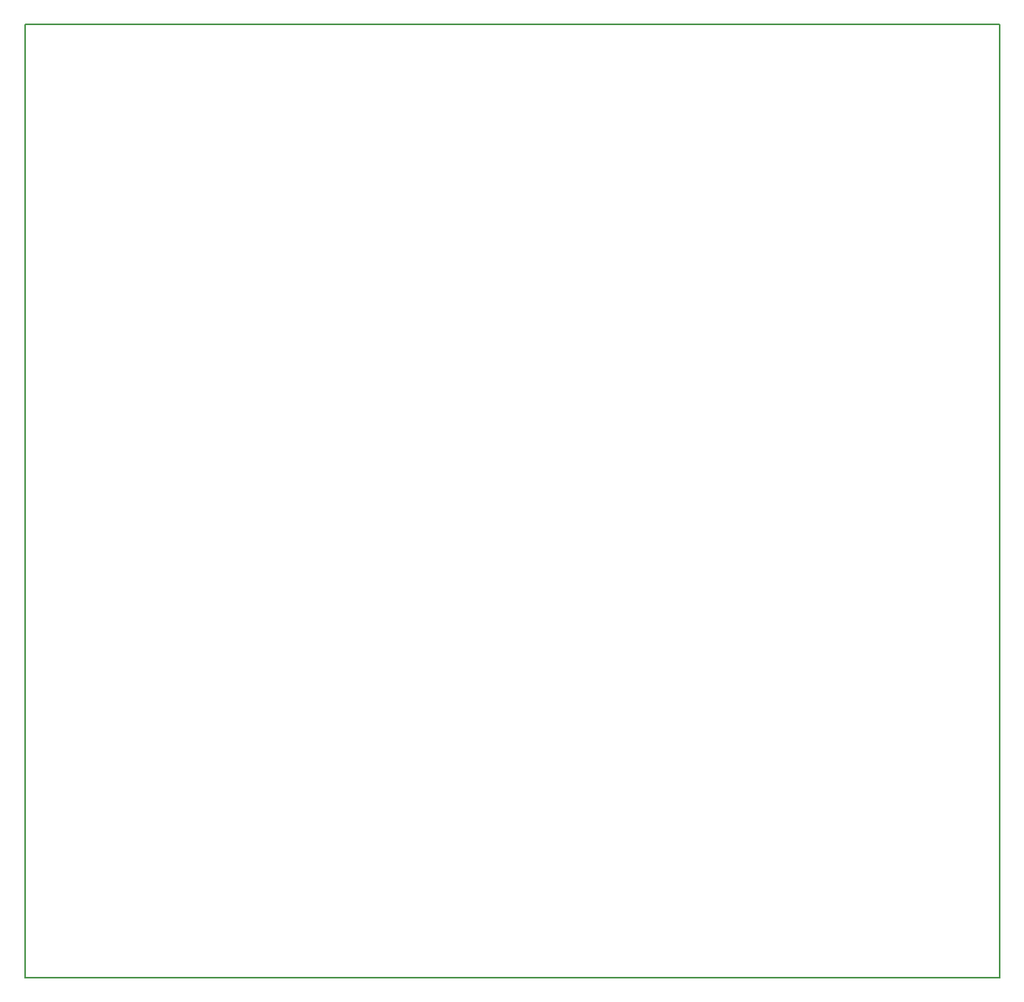
<source format=gm1>
%FSAX23Y23*%
%MOIN*%
G70*
G01*
G75*
G04 Layer_Color=16711935*
%ADD10R,0.035X0.035*%
%ADD11R,0.035X0.035*%
%ADD12R,0.059X0.051*%
%ADD13R,0.028X0.070*%
%ADD14P,0.050X4X90.0*%
%ADD15R,0.047X0.079*%
%ADD16R,0.079X0.071*%
%ADD17R,0.048X0.024*%
%ADD18R,0.051X0.035*%
%ADD19R,0.037X0.039*%
%ADD20R,0.012X0.065*%
%ADD21O,0.016X0.077*%
%ADD22R,0.043X0.067*%
%ADD23O,0.055X0.014*%
%ADD24O,0.014X0.055*%
%ADD25O,0.087X0.024*%
%ADD26R,0.096X0.093*%
%ADD27O,0.069X0.022*%
%ADD28O,0.022X0.069*%
%ADD29O,0.012X0.031*%
%ADD30R,0.070X0.028*%
%ADD31O,0.059X0.018*%
%ADD32R,0.045X0.071*%
%ADD33O,0.028X0.102*%
%ADD34R,0.067X0.043*%
%ADD35R,0.057X0.045*%
%ADD36C,0.005*%
%ADD37C,0.050*%
%ADD38C,0.010*%
%ADD39C,0.080*%
%ADD40C,0.012*%
%ADD41C,0.020*%
%ADD42C,0.015*%
%ADD43C,0.022*%
%ADD44C,0.030*%
%ADD45C,0.100*%
%ADD46C,0.013*%
%ADD47C,0.025*%
%ADD48C,0.028*%
%ADD49R,0.430X0.045*%
%ADD50C,0.224*%
%ADD51R,0.075X0.075*%
%ADD52C,0.075*%
%ADD53R,0.075X0.075*%
%ADD54C,0.060*%
%ADD55C,0.059*%
%ADD56R,0.059X0.059*%
%ADD57R,0.069X0.069*%
%ADD58C,0.069*%
%ADD59C,0.067*%
%ADD60C,0.071*%
%ADD61C,0.032*%
%ADD62C,0.050*%
%ADD63R,0.039X0.037*%
%ADD64R,0.035X0.051*%
%ADD65R,0.024X0.048*%
%ADD66R,0.065X0.012*%
%ADD67R,0.045X0.057*%
%ADD68R,0.118X0.043*%
%ADD69R,0.358X0.419*%
%ADD70R,0.093X0.096*%
%ADD71R,0.071X0.045*%
%ADD72R,0.024X0.031*%
%ADD73R,0.071X0.079*%
%ADD74C,0.043*%
%ADD75C,0.150*%
%ADD76C,0.040*%
%ADD77C,0.070*%
D36*
X00425Y04050D02*
X04565D01*
Y00000D02*
Y04050D01*
X00425Y00000D02*
X04565D01*
X00425D02*
Y04050D01*
M02*

</source>
